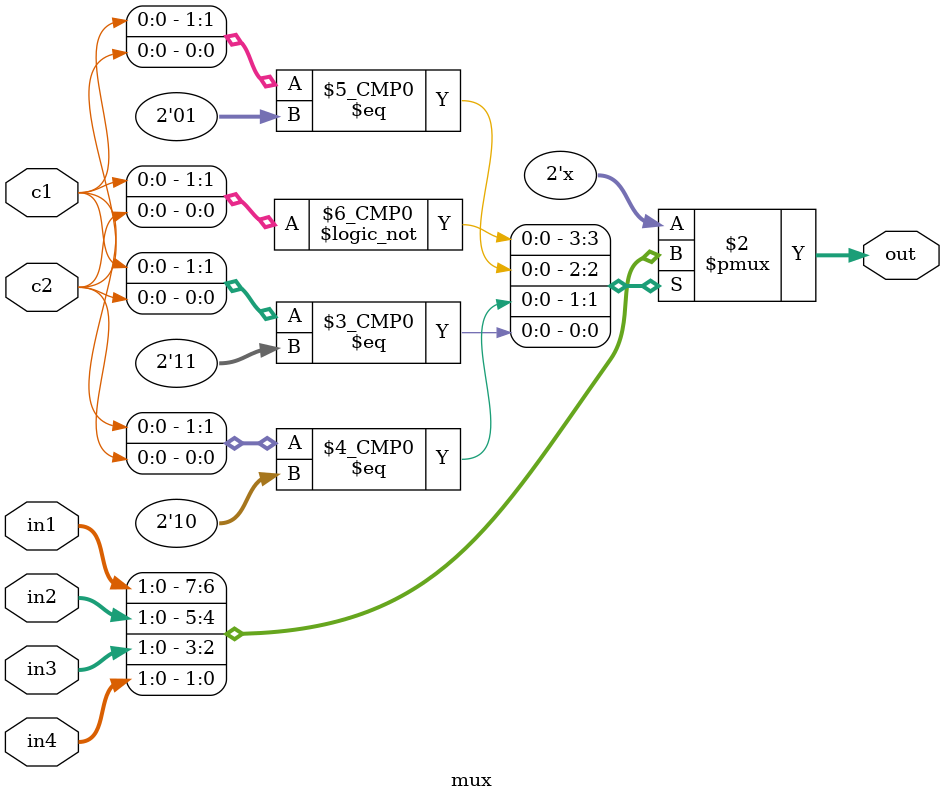
<source format=sv>
module mux (
  input [1:0] in1, in2, in3, in4, // Corrected range direction
  input c1, c2,
  output reg [1:0] out // Corrected range direction
);
  always @ (c1, c2) begin
    case ({c1, c2})
      2'b00 : out = in1;
      2'b01 : out = in2;
      2'b10 : out = in3;
      2'b11 : out = in4;
      default : out = 2'bzz;
    endcase
  end
endmodule

      
         
    
</source>
